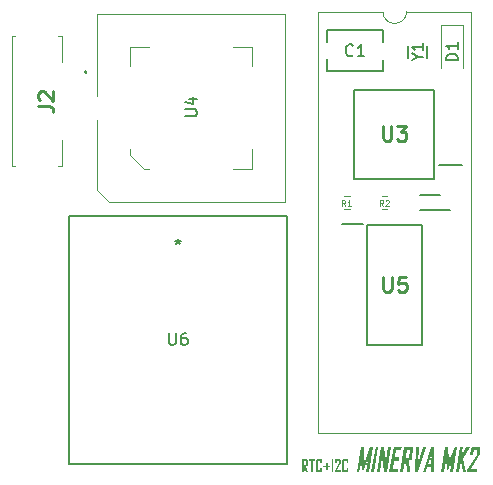
<source format=gbr>
%TF.GenerationSoftware,KiCad,Pcbnew,9.0.0*%
%TF.CreationDate,2025-11-02T14:13:04+01:00*%
%TF.ProjectId,QL_Minerva_MK2_SMD,514c5f4d-696e-4657-9276-615f4d4b325f,0.0*%
%TF.SameCoordinates,Original*%
%TF.FileFunction,Legend,Top*%
%TF.FilePolarity,Positive*%
%FSLAX46Y46*%
G04 Gerber Fmt 4.6, Leading zero omitted, Abs format (unit mm)*
G04 Created by KiCad (PCBNEW 9.0.0) date 2025-11-02 14:13:05*
%MOMM*%
%LPD*%
G01*
G04 APERTURE LIST*
%ADD10C,0.250000*%
%ADD11C,0.200000*%
%ADD12C,0.125000*%
%ADD13C,0.254000*%
%ADD14C,0.150000*%
%ADD15C,0.120000*%
%ADD16C,0.100000*%
%ADD17C,0.152400*%
%ADD18C,0.127000*%
G04 APERTURE END LIST*
D10*
G36*
X82911400Y-102480000D02*
G01*
X82744705Y-102480000D01*
X82568483Y-101982477D01*
X82568483Y-101886001D01*
X82725593Y-101886001D01*
X82725593Y-101546015D01*
X82524092Y-101546015D01*
X82524092Y-102480000D01*
X82364235Y-102480000D01*
X82364235Y-101409239D01*
X82788424Y-101409239D01*
X82833310Y-101415373D01*
X82861699Y-101431318D01*
X82878572Y-101456399D01*
X82884778Y-101493930D01*
X82884778Y-101906823D01*
X82879174Y-101942767D01*
X82864020Y-101966987D01*
X82838982Y-101982660D01*
X82807624Y-101988647D01*
X82735118Y-101991514D01*
X82911400Y-102480000D01*
G37*
G36*
X83473525Y-101549923D02*
G01*
X83297304Y-101549923D01*
X83297304Y-102480000D01*
X83138119Y-102480000D01*
X83138119Y-101549923D01*
X82961898Y-101549923D01*
X82961898Y-101409239D01*
X83473525Y-101409239D01*
X83473525Y-101549923D01*
G37*
G36*
X84081140Y-102395308D02*
G01*
X84074889Y-102432735D01*
X84057848Y-102457823D01*
X84029072Y-102473827D01*
X83983443Y-102480000D01*
X83650113Y-102480000D01*
X83606002Y-102473904D01*
X83578019Y-102458025D01*
X83561321Y-102432951D01*
X83555163Y-102395308D01*
X83555163Y-101493930D01*
X83561321Y-101456288D01*
X83578019Y-101431214D01*
X83606002Y-101415334D01*
X83650113Y-101409239D01*
X83983443Y-101409239D01*
X84029072Y-101415411D01*
X84057848Y-101431416D01*
X84074889Y-101456503D01*
X84081140Y-101493930D01*
X84081140Y-101760949D01*
X83921955Y-101760949D01*
X83921955Y-101546015D01*
X83715020Y-101546015D01*
X83715020Y-102343224D01*
X83921955Y-102343224D01*
X83921955Y-102120474D01*
X84081140Y-102120474D01*
X84081140Y-102395308D01*
G37*
G36*
X84755312Y-102077487D02*
G01*
X84546973Y-102077487D01*
X84546973Y-102280697D01*
X84401465Y-102280697D01*
X84401465Y-102077487D01*
X84193126Y-102077487D01*
X84193126Y-101944619D01*
X84401465Y-101944619D01*
X84401465Y-101741409D01*
X84546973Y-101741409D01*
X84546973Y-101944619D01*
X84755312Y-101944619D01*
X84755312Y-102077487D01*
G37*
G36*
X85032711Y-102480000D02*
G01*
X84872854Y-102480000D01*
X84872854Y-101409239D01*
X85032711Y-101409239D01*
X85032711Y-102480000D01*
G37*
G36*
X85665300Y-101714237D02*
G01*
X85661842Y-101747162D01*
X85650729Y-101784173D01*
X85630434Y-101826284D01*
X85336732Y-102339316D01*
X85663956Y-102339316D01*
X85663956Y-102480000D01*
X85145490Y-102480000D01*
X85145490Y-102380348D01*
X85507519Y-101743668D01*
X85507519Y-101546015D01*
X85312857Y-101546015D01*
X85312857Y-101745317D01*
X85156420Y-101745317D01*
X85156420Y-101493930D01*
X85162671Y-101456503D01*
X85179712Y-101431416D01*
X85208489Y-101415411D01*
X85254117Y-101409239D01*
X85567663Y-101409239D01*
X85613258Y-101415409D01*
X85642017Y-101431411D01*
X85659050Y-101456499D01*
X85665300Y-101493930D01*
X85665300Y-101714237D01*
G37*
G36*
X86305704Y-102395308D02*
G01*
X86299453Y-102432735D01*
X86282412Y-102457823D01*
X86253635Y-102473827D01*
X86208007Y-102480000D01*
X85874677Y-102480000D01*
X85830566Y-102473904D01*
X85802582Y-102458025D01*
X85785885Y-102432951D01*
X85779727Y-102395308D01*
X85779727Y-101493930D01*
X85785885Y-101456288D01*
X85802582Y-101431214D01*
X85830566Y-101415334D01*
X85874677Y-101409239D01*
X86208007Y-101409239D01*
X86253635Y-101415411D01*
X86282412Y-101431416D01*
X86299453Y-101456503D01*
X86305704Y-101493930D01*
X86305704Y-101760949D01*
X86146519Y-101760949D01*
X86146519Y-101546015D01*
X85939584Y-101546015D01*
X85939584Y-102343224D01*
X86146519Y-102343224D01*
X86146519Y-102120474D01*
X86305704Y-102120474D01*
X86305704Y-102395308D01*
G37*
D11*
G36*
X88011891Y-102485000D02*
G01*
X87771360Y-102485000D01*
X87947508Y-101425963D01*
X88001144Y-101192711D01*
X87604200Y-102281789D01*
X87476901Y-102281789D01*
X87440949Y-101192711D01*
X87417208Y-101425963D01*
X87241060Y-102485000D01*
X87000530Y-102485000D01*
X87356734Y-100343478D01*
X87592965Y-100343478D01*
X87659790Y-101522561D01*
X87650118Y-101619281D01*
X87672588Y-101522561D01*
X88131863Y-100343478D01*
X88368094Y-100343478D01*
X88011891Y-102485000D01*
G37*
G36*
X88492951Y-102485000D02*
G01*
X88242749Y-102485000D01*
X88598953Y-100343478D01*
X88849155Y-100343478D01*
X88492951Y-102485000D01*
G37*
G36*
X89555212Y-102485000D02*
G01*
X89336078Y-102485000D01*
X89159441Y-101137145D01*
X89149574Y-101291751D01*
X88951151Y-102485000D01*
X88707494Y-102485000D01*
X89063698Y-100343478D01*
X89282833Y-100343478D01*
X89464061Y-101663977D01*
X89467049Y-101570732D01*
X89473831Y-101509371D01*
X89667759Y-100343478D01*
X89911416Y-100343478D01*
X89555212Y-102485000D01*
G37*
G36*
X90473565Y-102485000D02*
G01*
X89779818Y-102485000D01*
X90136022Y-100343478D01*
X90823419Y-100343478D01*
X90776622Y-100624846D01*
X90339427Y-100624846D01*
X90235380Y-101250108D01*
X90611709Y-101250108D01*
X90566280Y-101523660D01*
X90189951Y-101523660D01*
X90076817Y-102203632D01*
X90520362Y-102203632D01*
X90473565Y-102485000D01*
G37*
G36*
X91520879Y-102485000D02*
G01*
X91260027Y-102485000D01*
X91149727Y-101489954D01*
X91181772Y-101297002D01*
X91427676Y-101297002D01*
X91540809Y-100617030D01*
X91225443Y-100617030D01*
X90914766Y-102485000D01*
X90664563Y-102485000D01*
X91020767Y-100343478D01*
X91684619Y-100343478D01*
X91753252Y-100355930D01*
X91791624Y-100387133D01*
X91809800Y-100436197D01*
X91807229Y-100512861D01*
X91669965Y-101338646D01*
X91649508Y-101409860D01*
X91617480Y-101458886D01*
X91572951Y-101490321D01*
X91521287Y-101502374D01*
X91407452Y-101508028D01*
X91520879Y-102485000D01*
G37*
G36*
X92885219Y-100343478D02*
G01*
X92208276Y-102485000D01*
X91959246Y-102485000D01*
X91995785Y-100343478D01*
X92246964Y-100343478D01*
X92190202Y-101809790D01*
X92166168Y-101992972D01*
X92203000Y-101809790D01*
X92635115Y-100343478D01*
X92885219Y-100343478D01*
G37*
G36*
X93539692Y-102485000D02*
G01*
X93291737Y-102485000D01*
X93309030Y-102078579D01*
X92995812Y-102078579D01*
X92877892Y-102485000D01*
X92631011Y-102485000D01*
X92631891Y-102479504D01*
X92846385Y-101805027D01*
X93074459Y-101805027D01*
X93319288Y-101805027D01*
X93357878Y-100839780D01*
X93074459Y-101805027D01*
X92846385Y-101805027D01*
X93311179Y-100343478D01*
X93574180Y-100343478D01*
X93539692Y-102485000D01*
G37*
G36*
X95174263Y-102485000D02*
G01*
X94933733Y-102485000D01*
X95109881Y-101425963D01*
X95163517Y-101192711D01*
X94766573Y-102281789D01*
X94639274Y-102281789D01*
X94603321Y-101192711D01*
X94579581Y-101425963D01*
X94403433Y-102485000D01*
X94162903Y-102485000D01*
X94519106Y-100343478D01*
X94755338Y-100343478D01*
X94822163Y-101522561D01*
X94812491Y-101619281D01*
X94834961Y-101522561D01*
X95294235Y-100343478D01*
X95530467Y-100343478D01*
X95174263Y-102485000D01*
G37*
G36*
X96244438Y-102485000D02*
G01*
X95968541Y-102485000D01*
X95809392Y-101533429D01*
X95651123Y-102485000D01*
X95400921Y-102485000D01*
X95757124Y-100343478D01*
X96007327Y-100343478D01*
X95855994Y-101253405D01*
X96285177Y-100343478D01*
X96558925Y-100343478D01*
X96556385Y-100358499D01*
X96046699Y-101379068D01*
X96244438Y-102485000D01*
G37*
G36*
X97405764Y-100953475D02*
G01*
X97376824Y-101054116D01*
X97314026Y-101177568D01*
X96683684Y-102203632D01*
X97195812Y-102203632D01*
X97149016Y-102485000D01*
X96337543Y-102485000D01*
X96370662Y-102285697D01*
X97149113Y-101012337D01*
X97214863Y-100617030D01*
X96910146Y-100617030D01*
X96843810Y-101015635D01*
X96598981Y-101015635D01*
X96682609Y-100512861D01*
X96704834Y-100438083D01*
X96740646Y-100387115D01*
X96791762Y-100355260D01*
X96863740Y-100343478D01*
X97354473Y-100343478D01*
X97424190Y-100356005D01*
X97463097Y-100387330D01*
X97481506Y-100436404D01*
X97479036Y-100512861D01*
X97405764Y-100953475D01*
G37*
D12*
X86056666Y-79974809D02*
X85890000Y-79736714D01*
X85770952Y-79974809D02*
X85770952Y-79474809D01*
X85770952Y-79474809D02*
X85961428Y-79474809D01*
X85961428Y-79474809D02*
X86009047Y-79498619D01*
X86009047Y-79498619D02*
X86032857Y-79522428D01*
X86032857Y-79522428D02*
X86056666Y-79570047D01*
X86056666Y-79570047D02*
X86056666Y-79641476D01*
X86056666Y-79641476D02*
X86032857Y-79689095D01*
X86032857Y-79689095D02*
X86009047Y-79712904D01*
X86009047Y-79712904D02*
X85961428Y-79736714D01*
X85961428Y-79736714D02*
X85770952Y-79736714D01*
X86532857Y-79974809D02*
X86247143Y-79974809D01*
X86390000Y-79974809D02*
X86390000Y-79474809D01*
X86390000Y-79474809D02*
X86342381Y-79546238D01*
X86342381Y-79546238D02*
X86294762Y-79593857D01*
X86294762Y-79593857D02*
X86247143Y-79617666D01*
D13*
X60054319Y-71523332D02*
X60961462Y-71523332D01*
X60961462Y-71523332D02*
X61142890Y-71583809D01*
X61142890Y-71583809D02*
X61263843Y-71704761D01*
X61263843Y-71704761D02*
X61324319Y-71886190D01*
X61324319Y-71886190D02*
X61324319Y-72007142D01*
X60175271Y-70979047D02*
X60114795Y-70918571D01*
X60114795Y-70918571D02*
X60054319Y-70797618D01*
X60054319Y-70797618D02*
X60054319Y-70495237D01*
X60054319Y-70495237D02*
X60114795Y-70374285D01*
X60114795Y-70374285D02*
X60175271Y-70313809D01*
X60175271Y-70313809D02*
X60296223Y-70253332D01*
X60296223Y-70253332D02*
X60417176Y-70253332D01*
X60417176Y-70253332D02*
X60598604Y-70313809D01*
X60598604Y-70313809D02*
X61324319Y-71039523D01*
X61324319Y-71039523D02*
X61324319Y-70253332D01*
D14*
X71113095Y-90729819D02*
X71113095Y-91539342D01*
X71113095Y-91539342D02*
X71160714Y-91634580D01*
X71160714Y-91634580D02*
X71208333Y-91682200D01*
X71208333Y-91682200D02*
X71303571Y-91729819D01*
X71303571Y-91729819D02*
X71494047Y-91729819D01*
X71494047Y-91729819D02*
X71589285Y-91682200D01*
X71589285Y-91682200D02*
X71636904Y-91634580D01*
X71636904Y-91634580D02*
X71684523Y-91539342D01*
X71684523Y-91539342D02*
X71684523Y-90729819D01*
X72589285Y-90729819D02*
X72398809Y-90729819D01*
X72398809Y-90729819D02*
X72303571Y-90777438D01*
X72303571Y-90777438D02*
X72255952Y-90825057D01*
X72255952Y-90825057D02*
X72160714Y-90967914D01*
X72160714Y-90967914D02*
X72113095Y-91158390D01*
X72113095Y-91158390D02*
X72113095Y-91539342D01*
X72113095Y-91539342D02*
X72160714Y-91634580D01*
X72160714Y-91634580D02*
X72208333Y-91682200D01*
X72208333Y-91682200D02*
X72303571Y-91729819D01*
X72303571Y-91729819D02*
X72494047Y-91729819D01*
X72494047Y-91729819D02*
X72589285Y-91682200D01*
X72589285Y-91682200D02*
X72636904Y-91634580D01*
X72636904Y-91634580D02*
X72684523Y-91539342D01*
X72684523Y-91539342D02*
X72684523Y-91301247D01*
X72684523Y-91301247D02*
X72636904Y-91206009D01*
X72636904Y-91206009D02*
X72589285Y-91158390D01*
X72589285Y-91158390D02*
X72494047Y-91110771D01*
X72494047Y-91110771D02*
X72303571Y-91110771D01*
X72303571Y-91110771D02*
X72208333Y-91158390D01*
X72208333Y-91158390D02*
X72160714Y-91206009D01*
X72160714Y-91206009D02*
X72113095Y-91301247D01*
X71875000Y-82779619D02*
X71875000Y-83017714D01*
X71636905Y-82922476D02*
X71875000Y-83017714D01*
X71875000Y-83017714D02*
X72113095Y-82922476D01*
X71732143Y-83208190D02*
X71875000Y-83017714D01*
X71875000Y-83017714D02*
X72017857Y-83208190D01*
X71875000Y-82779619D02*
X71875000Y-83017714D01*
X71636905Y-82922476D02*
X71875000Y-83017714D01*
X71875000Y-83017714D02*
X72113095Y-82922476D01*
X71732143Y-83208190D02*
X71875000Y-83017714D01*
X71875000Y-83017714D02*
X72017857Y-83208190D01*
X95564819Y-67638094D02*
X94564819Y-67638094D01*
X94564819Y-67638094D02*
X94564819Y-67399999D01*
X94564819Y-67399999D02*
X94612438Y-67257142D01*
X94612438Y-67257142D02*
X94707676Y-67161904D01*
X94707676Y-67161904D02*
X94802914Y-67114285D01*
X94802914Y-67114285D02*
X94993390Y-67066666D01*
X94993390Y-67066666D02*
X95136247Y-67066666D01*
X95136247Y-67066666D02*
X95326723Y-67114285D01*
X95326723Y-67114285D02*
X95421961Y-67161904D01*
X95421961Y-67161904D02*
X95517200Y-67257142D01*
X95517200Y-67257142D02*
X95564819Y-67399999D01*
X95564819Y-67399999D02*
X95564819Y-67638094D01*
X95564819Y-66114285D02*
X95564819Y-66685713D01*
X95564819Y-66399999D02*
X94564819Y-66399999D01*
X94564819Y-66399999D02*
X94707676Y-66495237D01*
X94707676Y-66495237D02*
X94802914Y-66590475D01*
X94802914Y-66590475D02*
X94850533Y-66685713D01*
X72479819Y-72361904D02*
X73289342Y-72361904D01*
X73289342Y-72361904D02*
X73384580Y-72314285D01*
X73384580Y-72314285D02*
X73432200Y-72266666D01*
X73432200Y-72266666D02*
X73479819Y-72171428D01*
X73479819Y-72171428D02*
X73479819Y-71980952D01*
X73479819Y-71980952D02*
X73432200Y-71885714D01*
X73432200Y-71885714D02*
X73384580Y-71838095D01*
X73384580Y-71838095D02*
X73289342Y-71790476D01*
X73289342Y-71790476D02*
X72479819Y-71790476D01*
X72813152Y-70885714D02*
X73479819Y-70885714D01*
X72432200Y-71123809D02*
X73146485Y-71361904D01*
X73146485Y-71361904D02*
X73146485Y-70742857D01*
D13*
X89232380Y-85964318D02*
X89232380Y-86992413D01*
X89232380Y-86992413D02*
X89292857Y-87113365D01*
X89292857Y-87113365D02*
X89353333Y-87173842D01*
X89353333Y-87173842D02*
X89474285Y-87234318D01*
X89474285Y-87234318D02*
X89716190Y-87234318D01*
X89716190Y-87234318D02*
X89837142Y-87173842D01*
X89837142Y-87173842D02*
X89897619Y-87113365D01*
X89897619Y-87113365D02*
X89958095Y-86992413D01*
X89958095Y-86992413D02*
X89958095Y-85964318D01*
X91167618Y-85964318D02*
X90562856Y-85964318D01*
X90562856Y-85964318D02*
X90502380Y-86569080D01*
X90502380Y-86569080D02*
X90562856Y-86508603D01*
X90562856Y-86508603D02*
X90683809Y-86448127D01*
X90683809Y-86448127D02*
X90986190Y-86448127D01*
X90986190Y-86448127D02*
X91107142Y-86508603D01*
X91107142Y-86508603D02*
X91167618Y-86569080D01*
X91167618Y-86569080D02*
X91228095Y-86690032D01*
X91228095Y-86690032D02*
X91228095Y-86992413D01*
X91228095Y-86992413D02*
X91167618Y-87113365D01*
X91167618Y-87113365D02*
X91107142Y-87173842D01*
X91107142Y-87173842D02*
X90986190Y-87234318D01*
X90986190Y-87234318D02*
X90683809Y-87234318D01*
X90683809Y-87234318D02*
X90562856Y-87173842D01*
X90562856Y-87173842D02*
X90502380Y-87113365D01*
D14*
X92164403Y-67324002D02*
X92613406Y-67324002D01*
X91670500Y-67638304D02*
X92164403Y-67324002D01*
X92164403Y-67324002D02*
X91670500Y-67009700D01*
X92613406Y-66201495D02*
X92613406Y-66740298D01*
X92613406Y-66470897D02*
X91670500Y-66470897D01*
X91670500Y-66470897D02*
X91805201Y-66560697D01*
X91805201Y-66560697D02*
X91895001Y-66650498D01*
X91895001Y-66650498D02*
X91939902Y-66740298D01*
D13*
X89217380Y-73179318D02*
X89217380Y-74207413D01*
X89217380Y-74207413D02*
X89277857Y-74328365D01*
X89277857Y-74328365D02*
X89338333Y-74388842D01*
X89338333Y-74388842D02*
X89459285Y-74449318D01*
X89459285Y-74449318D02*
X89701190Y-74449318D01*
X89701190Y-74449318D02*
X89822142Y-74388842D01*
X89822142Y-74388842D02*
X89882619Y-74328365D01*
X89882619Y-74328365D02*
X89943095Y-74207413D01*
X89943095Y-74207413D02*
X89943095Y-73179318D01*
X90426904Y-73179318D02*
X91213095Y-73179318D01*
X91213095Y-73179318D02*
X90789761Y-73663127D01*
X90789761Y-73663127D02*
X90971190Y-73663127D01*
X90971190Y-73663127D02*
X91092142Y-73723603D01*
X91092142Y-73723603D02*
X91152618Y-73784080D01*
X91152618Y-73784080D02*
X91213095Y-73905032D01*
X91213095Y-73905032D02*
X91213095Y-74207413D01*
X91213095Y-74207413D02*
X91152618Y-74328365D01*
X91152618Y-74328365D02*
X91092142Y-74388842D01*
X91092142Y-74388842D02*
X90971190Y-74449318D01*
X90971190Y-74449318D02*
X90608333Y-74449318D01*
X90608333Y-74449318D02*
X90487380Y-74388842D01*
X90487380Y-74388842D02*
X90426904Y-74328365D01*
D12*
X89256666Y-79949809D02*
X89090000Y-79711714D01*
X88970952Y-79949809D02*
X88970952Y-79449809D01*
X88970952Y-79449809D02*
X89161428Y-79449809D01*
X89161428Y-79449809D02*
X89209047Y-79473619D01*
X89209047Y-79473619D02*
X89232857Y-79497428D01*
X89232857Y-79497428D02*
X89256666Y-79545047D01*
X89256666Y-79545047D02*
X89256666Y-79616476D01*
X89256666Y-79616476D02*
X89232857Y-79664095D01*
X89232857Y-79664095D02*
X89209047Y-79687904D01*
X89209047Y-79687904D02*
X89161428Y-79711714D01*
X89161428Y-79711714D02*
X88970952Y-79711714D01*
X89447143Y-79497428D02*
X89470952Y-79473619D01*
X89470952Y-79473619D02*
X89518571Y-79449809D01*
X89518571Y-79449809D02*
X89637619Y-79449809D01*
X89637619Y-79449809D02*
X89685238Y-79473619D01*
X89685238Y-79473619D02*
X89709047Y-79497428D01*
X89709047Y-79497428D02*
X89732857Y-79545047D01*
X89732857Y-79545047D02*
X89732857Y-79592666D01*
X89732857Y-79592666D02*
X89709047Y-79664095D01*
X89709047Y-79664095D02*
X89423333Y-79949809D01*
X89423333Y-79949809D02*
X89732857Y-79949809D01*
D14*
X86693333Y-67184580D02*
X86645714Y-67232200D01*
X86645714Y-67232200D02*
X86502857Y-67279819D01*
X86502857Y-67279819D02*
X86407619Y-67279819D01*
X86407619Y-67279819D02*
X86264762Y-67232200D01*
X86264762Y-67232200D02*
X86169524Y-67136961D01*
X86169524Y-67136961D02*
X86121905Y-67041723D01*
X86121905Y-67041723D02*
X86074286Y-66851247D01*
X86074286Y-66851247D02*
X86074286Y-66708390D01*
X86074286Y-66708390D02*
X86121905Y-66517914D01*
X86121905Y-66517914D02*
X86169524Y-66422676D01*
X86169524Y-66422676D02*
X86264762Y-66327438D01*
X86264762Y-66327438D02*
X86407619Y-66279819D01*
X86407619Y-66279819D02*
X86502857Y-66279819D01*
X86502857Y-66279819D02*
X86645714Y-66327438D01*
X86645714Y-66327438D02*
X86693333Y-66375057D01*
X87645714Y-67279819D02*
X87074286Y-67279819D01*
X87360000Y-67279819D02*
X87360000Y-66279819D01*
X87360000Y-66279819D02*
X87264762Y-66422676D01*
X87264762Y-66422676D02*
X87169524Y-66517914D01*
X87169524Y-66517914D02*
X87074286Y-66565533D01*
D15*
%TO.C,R1*%
X86412258Y-79152500D02*
X85937742Y-79152500D01*
X86412258Y-80197500D02*
X85937742Y-80197500D01*
%TO.C,U1*%
X83770000Y-63505000D02*
X83770000Y-99185000D01*
X83770000Y-99185000D02*
X96690000Y-99185000D01*
X89230000Y-63505000D02*
X83770000Y-63505000D01*
X96690000Y-63505000D02*
X91230000Y-63505000D01*
X96690000Y-99185000D02*
X96690000Y-63505000D01*
X91230000Y-63505000D02*
G75*
G02*
X89230000Y-63505000I-1000000J0D01*
G01*
D16*
%TO.C,J2*%
X57850001Y-65600000D02*
X57850001Y-76600000D01*
X57850001Y-76600000D02*
X58050001Y-76600000D01*
X58050001Y-65600000D02*
X57850001Y-65600000D01*
X62050001Y-65600000D02*
X61750001Y-65600000D01*
X62050001Y-67800001D02*
X62050001Y-65600000D01*
X62050001Y-74399999D02*
X62050001Y-76600000D01*
X62050001Y-76600000D02*
X61750001Y-76600000D01*
D11*
X64050001Y-68500000D02*
X64050001Y-68500000D01*
X64050001Y-68700000D02*
X64050001Y-68700000D01*
X64050001Y-68500000D02*
G75*
G02*
X64050001Y-68700000I0J-100000D01*
G01*
X64050001Y-68700000D02*
G75*
G02*
X64050001Y-68500000I0J100000D01*
G01*
D17*
%TO.C,U6*%
X62667500Y-80772100D02*
X62667500Y-101777900D01*
X62667500Y-101777900D02*
X81082500Y-101777900D01*
X81082500Y-80772100D02*
X62667500Y-80772100D01*
X81082500Y-101777900D02*
X81082500Y-80772100D01*
D15*
%TO.C,D1*%
X94135000Y-64640000D02*
X94135000Y-68300000D01*
X96035000Y-64640000D02*
X94135000Y-64640000D01*
X96035000Y-64640000D02*
X96035000Y-68300000D01*
%TO.C,U4*%
X65000000Y-63675000D02*
X65000000Y-70650000D01*
X65000000Y-72650000D02*
X65000000Y-78625000D01*
X65000000Y-78625000D02*
X66000000Y-79625000D01*
X66000000Y-79625000D02*
X80950000Y-79625000D01*
D16*
X67810000Y-66485000D02*
X69460000Y-66485000D01*
X67810000Y-68135000D02*
X67810000Y-66485000D01*
X67810000Y-75165000D02*
X67810000Y-75665000D01*
X67810000Y-75665000D02*
X68960000Y-76815000D01*
X68960000Y-76815000D02*
X69460000Y-76815000D01*
X78140000Y-66485000D02*
X76490000Y-66485000D01*
X78140000Y-68135000D02*
X78140000Y-66485000D01*
X78140000Y-75165000D02*
X78140000Y-76815000D01*
X78140000Y-76815000D02*
X76490000Y-76815000D01*
D15*
X80950000Y-63675000D02*
X65000000Y-63675000D01*
X80950000Y-79625000D02*
X80950000Y-63675000D01*
D11*
%TO.C,U5*%
X85725000Y-81515000D02*
X87550000Y-81515000D01*
X87900000Y-81560000D02*
X92500000Y-81560000D01*
X87900000Y-91760000D02*
X87900000Y-81560000D01*
X92500000Y-81560000D02*
X92500000Y-91760000D01*
X92500000Y-91760000D02*
X87900000Y-91760000D01*
D18*
%TO.C,Y1*%
X91335000Y-67425000D02*
X91335000Y-66425000D01*
X92935000Y-67425000D02*
X92935000Y-66425000D01*
D11*
%TO.C,U3*%
X86785000Y-70100000D02*
X93585000Y-70100000D01*
X86785000Y-77650000D02*
X86785000Y-70100000D01*
X93585000Y-70100000D02*
X93585000Y-77650000D01*
X93585000Y-77650000D02*
X86785000Y-77650000D01*
X95885000Y-76480000D02*
X93935000Y-76480000D01*
D15*
%TO.C,R2*%
X89612258Y-79152500D02*
X89137742Y-79152500D01*
X89612258Y-80197500D02*
X89137742Y-80197500D01*
D17*
%TO.C,C1*%
X84485100Y-65097800D02*
X84485100Y-66111050D01*
X84485100Y-67538950D02*
X84485100Y-68552200D01*
X84485100Y-68552200D02*
X89234900Y-68552200D01*
X89234900Y-65097800D02*
X84485100Y-65097800D01*
X89234900Y-66085650D02*
X89234900Y-65097800D01*
X89234900Y-68552200D02*
X89234900Y-67564350D01*
D11*
%TO.C,D2*%
X94074750Y-79025000D02*
X92374750Y-79025000D01*
X94924750Y-80325000D02*
X92374750Y-80325000D01*
%TD*%
M02*

</source>
